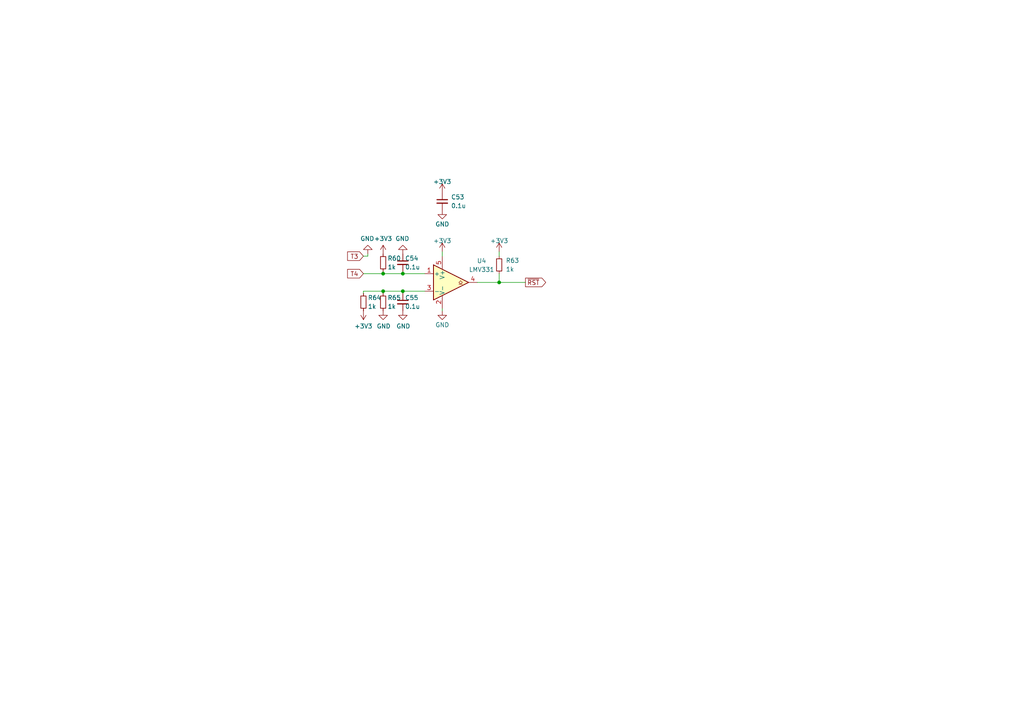
<source format=kicad_sch>
(kicad_sch (version 20231120) (generator "eeschema") (generator_version "8.0")
  (paper "A4")
  (lib_symbols
    (symbol "Comparator:LMV331" (pin_names (offset 0.127))
      (property "Reference" "U" (at 1.27 5.08 0))
      (property "Value" "LMV331" (at 3.81 -5.08 0))
      (symbol "LMV331_0_1"
        (polyline (pts (xy -5.08 5.08) (xy 5.08 0) (xy -5.08 -5.08) (xy -5.08 5.08)) (stroke (width 0.254)) (fill (type background)))
        (polyline (pts (xy 3.302 -0.508) (xy 2.794 -0.508) (xy 3.302 0) (xy 2.794 0.508) (xy 2.286 0) (xy 2.794 -0.508) (xy 2.286 -0.508)) (stroke (width 0.127)))
      )
      (symbol "LMV331_1_1"
        (pin input line (at -7.62 2.54 0) (length 2.54) (name "+") (number "1"))
        (pin power_in line (at -2.54 -7.62 90) (length 3.81) (name "V-") (number "2"))
        (pin input line (at -7.62 -2.54 0) (length 2.54) (name "-") (number "3"))
        (pin open_collector line (at 7.62 0 180) (length 2.54) (name "~") (number "4"))
        (pin power_in line (at -2.54 7.62 270) (length 3.81) (name "V+") (number "5"))
      )
    )
    (symbol "Device:C_Small" (pin_numbers hide) (pin_names (offset 0.254) hide)
      (property "Reference" "C" (at 0.254 1.778 0))
      (property "Value" "C_Small" (at 0.254 -2.032 0))
      (symbol "C_Small_0_1"
        (polyline (pts (xy -1.524 -0.508) (xy 1.524 -0.508)) (stroke (width 0.3302)))
        (polyline (pts (xy -1.524 0.508) (xy 1.524 0.508)) (stroke (width 0.3048)))
      )
      (symbol "C_Small_1_1"
        (pin passive line (at 0 2.54 270) (length 2.032) (name "~") (number "1"))
        (pin passive line (at 0 -2.54 90) (length 2.032) (name "~") (number "2"))
      )
    )
    (symbol "Device:R_Small" (pin_numbers hide) (pin_names (offset 0.254) hide)
      (property "Reference" "R" (at 0.762 0.508 0))
      (property "Value" "R_Small" (at 0.762 -1.016 0))
      (symbol "R_Small_0_1"
        (rectangle (start -0.762 1.778) (end 0.762 -1.778) (stroke (width 0.2032)))
      )
      (symbol "R_Small_1_1"
        (pin passive line (at 0 2.54 270) (length 0.762) (name "~") (number "1"))
        (pin passive line (at 0 -2.54 90) (length 0.762) (name "~") (number "2"))
      )
    )
    (symbol "power:+3.3V" (power) (pin_names (offset 0))
      (property "Value" "+3.3V" (at 0 3.556 0))
      (symbol "+3.3V_0_1"
        (polyline (pts (xy -0.762 1.27) (xy 0 2.54)))
        (polyline (pts (xy 0 0) (xy 0 2.54)))
        (polyline (pts (xy 0 2.54) (xy 0.762 1.27)))
      )
      (symbol "+3.3V_1_1"
        (pin power_in line (at 0 0 90) (length 0) hide (name "+3V3") (number "1"))
      )
    )
    (symbol "power:GND" (power) (pin_names (offset 0))
      (property "Value" "GND" (at 0 -3.81 0))
      (symbol "GND_0_1"
        (polyline (pts (xy 0 0) (xy 0 -1.27) (xy 1.27 -1.27) (xy 0 -2.54) (xy -1.27 -1.27) (xy 0 -1.27)))
      )
      (symbol "GND_1_1"
        (pin power_in line (at 0 0 270) (length 0) hide (name "GND") (number "1"))
      )
    )
  )
  (junction (at 111.125 84.455))
  (junction (at 116.84 84.455))
  (junction (at 111.125 79.375))
  (junction (at 116.84 79.375))
  (junction (at 144.78 81.915))
  (wire (pts (xy 111.125 84.455) (xy 116.84 84.455)))
  (wire (pts (xy 111.125 84.455) (xy 111.125 85.09)))
  (wire (pts (xy 138.43 81.915) (xy 144.78 81.915)))
  (wire (pts (xy 105.41 79.375) (xy 111.125 79.375)))
  (wire (pts (xy 128.27 90.17) (xy 128.27 89.535)))
  (wire (pts (xy 111.125 78.74) (xy 111.125 79.375)))
  (wire (pts (xy 116.84 84.455) (xy 123.19 84.455)))
  (wire (pts (xy 105.41 84.455) (xy 105.41 85.09)))
  (wire (pts (xy 128.27 73.025) (xy 128.27 74.295)))
  (wire (pts (xy 116.84 79.375) (xy 116.84 78.74)))
  (wire (pts (xy 105.41 84.455) (xy 111.125 84.455)))
  (wire (pts (xy 116.84 85.09) (xy 116.84 84.455)))
  (wire (pts (xy 123.19 79.375) (xy 116.84 79.375)))
  (wire (pts (xy 106.68 74.295) (xy 106.68 73.66)))
  (wire (pts (xy 105.41 74.295) (xy 106.68 74.295)))
  (wire (pts (xy 144.78 81.915) (xy 152.4 81.915)))
  (wire (pts (xy 111.125 79.375) (xy 116.84 79.375)))
  (wire (pts (xy 144.78 81.915) (xy 144.78 79.375)))
  (wire (pts (xy 144.78 74.295) (xy 144.78 73.025)))
  (global_label "T3" (shape input) (at 105.41 74.295 180) (property "Intersheetrefs" "${INTERSHEET_REFS}" (effects (hide yes))))
  (global_label "T4" (shape input) (at 105.41 79.375 180) (property "Intersheetrefs" "${INTERSHEET_REFS}" (effects (hide yes))))
  (global_label "~{RST}" (shape output) (at 152.4 81.915 0) (property "Intersheetrefs" "${INTERSHEET_REFS}" (effects (hide yes))))
  (symbol (lib_id "power:+3.3V") (at 111.125 73.66 0) (unit 1)
    (property "Reference" "#PWR061" (effects (hide yes)))
    (property "Value" "+3V3" (at 111.125 69.215 0))
    (instances (project "Adapter" (path "" (reference "#PWR082") (unit 1)) (path "" (reference "#PWR061") (unit 1)) (path "" (reference "#PWR093") (unit 1))))
  )
  (symbol (lib_id "Comparator:LMV331") (at 130.81 81.915 0) (unit 1)
    (property "Reference" "U6" (at 139.7 75.6555 0))
    (property "Value" "LMV331" (at 139.7 78.1955 0))
    (property "Footprint" "Package_TO_SOT_SMD:SOT-23-5_HandSoldering" (effects (hide yes)))
    (property "Datasheet" "http://www.ti.com/lit/ds/symlink/lmv331.pdf" (effects (hide yes)))
    (property "Description" "Single General-Purpose Low-Voltage Comparator, SOT-23-5/SC-70-5" (effects (hide yes)))
    (instances (project "Adapter" (path "" (reference "U4") (unit 1)) (path "" (reference "U6") (unit 1))))
  )
  (symbol (lib_id "power:GND") (at 128.27 60.96 0) (unit 1)
    (property "Reference" "#PWR068" (effects (hide yes)))
    (property "Value" "GND" (at 126.238 65.024 0) (effects (justify left)))
    (instances (project "Adapter" (path "" (reference "#PWR075") (unit 1)) (path "" (reference "#PWR068") (unit 1)) (path "" (reference "#PWR089") (unit 1))))
  )
  (symbol (lib_id "power:GND") (at 116.84 73.66 180) (unit 1)
    (property "Reference" "#PWR071" (effects (hide yes)))
    (property "Value" "GND" (at 118.745 69.215 0) (effects (justify left)))
    (instances (project "Adapter" (path "" (reference "#PWR083") (unit 1)) (path "" (reference "#PWR071") (unit 1)) (path "" (reference "#PWR094") (unit 1))))
  )
  (symbol (lib_id "power:+3.3V") (at 128.27 73.025 0) (unit 1)
    (property "Reference" "#PWR066" (effects (hide yes)))
    (property "Value" "+3V3" (at 128.27 69.85 0))
    (instances (project "Adapter" (path "" (reference "#PWR076") (unit 1)) (path "" (reference "#PWR066") (unit 1)) (path "" (reference "#PWR090") (unit 1))))
  )
  (symbol (lib_id "power:+3.3V") (at 105.41 90.17 180) (unit 1)
    (property "Reference" "#PWR070" (effects (hide yes)))
    (property "Value" "+3V3" (at 105.41 94.615 0))
    (instances (project "Adapter" (path "" (reference "#PWR084") (unit 1)) (path "" (reference "#PWR070") (unit 1)) (path "" (reference "#PWR095") (unit 1))))
  )
  (symbol (lib_id "power:GND") (at 111.125 90.17 0) (unit 1)
    (property "Reference" "#PWR064" (effects (hide yes)))
    (property "Value" "GND" (at 109.22 94.615 0) (effects (justify left)))
    (instances (project "Adapter" (path "" (reference "#PWR085") (unit 1)) (path "" (reference "#PWR064") (unit 1)) (path "" (reference "#PWR096") (unit 1))))
  )
  (symbol (lib_id "Device:R_Small") (at 105.41 87.63 180) (unit 1)
    (property "Reference" "R58" (at 106.68 86.36 0) (effects (justify right)))
    (property "Value" "1k" (at 106.68 88.9 0) (effects (justify right)))
    (property "Footprint" "Resistor_SMD:R_0805_2012Metric_Pad1.20x1.40mm_HandSolder" (effects (hide yes)))
    (property "Description" "Resistor, small symbol" (effects (hide yes)))
    (instances (project "Adapter" (path "" (reference "R64") (unit 1)) (path "" (reference "R58") (unit 1)) (path "" (reference "R75") (unit 1))))
  )
  (symbol (lib_id "power:+3.3V") (at 128.27 55.88 0) (unit 1)
    (property "Reference" "#PWR067" (effects (hide yes)))
    (property "Value" "+3V3" (at 128.27 52.705 0))
    (instances (project "Adapter" (path "" (reference "#PWR072") (unit 1)) (path "" (reference "#PWR067") (unit 1)) (path "" (reference "#PWR088") (unit 1))))
  )
  (symbol (lib_id "Device:R_Small") (at 111.125 76.2 0) (unit 1)
    (property "Reference" "R70" (at 112.395 74.93 0) (effects (justify left)))
    (property "Value" "1k" (at 112.395 77.47 0) (effects (justify left)))
    (property "Footprint" "Resistor_SMD:R_0805_2012Metric_Pad1.20x1.40mm_HandSolder" (effects (hide yes)))
    (property "Description" "Resistor, small symbol" (effects (hide yes)))
    (instances (project "Adapter" (path "" (reference "R60") (unit 1)) (path "" (reference "R70") (unit 1))))
  )
  (symbol (lib_id "Device:C_Small") (at 116.84 87.63 0) (unit 1)
    (property "Reference" "C50" (at 117.475 86.36 0) (effects (justify left)))
    (property "Value" "0.1u" (at 117.475 88.9 0) (effects (justify left)))
    (property "Footprint" "Capacitor_SMD:C_0805_2012Metric_Pad1.18x1.45mm_HandSolder" (effects (hide yes)))
    (property "Description" "Unpolarized capacitor, small symbol" (effects (hide yes)))
    (instances (project "Adapter" (path "" (reference "C55") (unit 1)) (path "" (reference "C50") (unit 1)) (path "" (reference "C76") (unit 1))))
  )
  (symbol (lib_id "Device:R_Small") (at 111.125 87.63 0) (unit 1)
    (property "Reference" "R59" (at 112.395 86.36 0) (effects (justify left)))
    (property "Value" "1k" (at 112.395 88.9 0) (effects (justify left)))
    (property "Footprint" "Resistor_SMD:R_0805_2012Metric_Pad1.20x1.40mm_HandSolder" (effects (hide yes)))
    (property "Description" "Resistor, small symbol" (effects (hide yes)))
    (instances (project "Adapter" (path "" (reference "R65") (unit 1)) (path "" (reference "R59") (unit 1)) (path "" (reference "R76") (unit 1))))
  )
  (symbol (lib_id "power:GND") (at 128.27 90.17 0) (unit 1)
    (property "Reference" "#PWR065" (effects (hide yes)))
    (property "Value" "GND" (at 126.238 94.234 0) (effects (justify left)))
    (instances (project "Adapter" (path "" (reference "#PWR087") (unit 1)) (path "" (reference "#PWR065") (unit 1)) (path "" (reference "#PWR098") (unit 1))))
  )
  (symbol (lib_id "power:GND") (at 116.84 90.17 0) (unit 1)
    (property "Reference" "#PWR069" (effects (hide yes)))
    (property "Value" "GND" (at 114.935 94.615 0) (effects (justify left)))
    (instances (project "Adapter" (path "" (reference "#PWR086") (unit 1)) (path "" (reference "#PWR069") (unit 1)) (path "" (reference "#PWR097") (unit 1))))
  )
  (symbol (lib_id "power:+3.3V") (at 144.78 73.025 0) (unit 1)
    (property "Reference" "#PWR063" (effects (hide yes)))
    (property "Value" "+3V3" (at 144.78 69.85 0))
    (instances (project "Adapter" (path "" (reference "#PWR079") (unit 1)) (path "" (reference "#PWR063") (unit 1)) (path "" (reference "#PWR091") (unit 1))))
  )
  (symbol (lib_id "Device:R_Small") (at 144.78 76.835 0) (unit 1)
    (property "Reference" "R57" (at 146.685 75.565 0) (effects (justify left)))
    (property "Value" "1k" (at 146.685 78.105 0) (effects (justify left)))
    (property "Footprint" "Resistor_SMD:R_0805_2012Metric_Pad1.20x1.40mm_HandSolder" (effects (hide yes)))
    (property "Description" "Resistor, small symbol" (effects (hide yes)))
    (instances (project "Adapter" (path "" (reference "R63") (unit 1)) (path "" (reference "R57") (unit 1)) (path "" (reference "R72") (unit 1))))
  )
  (symbol (lib_id "power:GND") (at 106.68 73.66 180) (unit 1)
    (property "Reference" "#PWR062" (effects (hide yes)))
    (property "Value" "GND" (at 108.585 69.215 0) (effects (justify left)))
    (instances (project "Adapter" (path "" (reference "#PWR080") (unit 1)) (path "" (reference "#PWR062") (unit 1)) (path "" (reference "#PWR092") (unit 1))))
  )
  (symbol (lib_id "Device:C_Small") (at 116.84 76.2 0) (unit 1)
    (property "Reference" "C52" (at 117.475 74.93 0) (effects (justify left)))
    (property "Value" "0.1u" (at 117.475 77.47 0) (effects (justify left)))
    (property "Footprint" "Capacitor_SMD:C_0805_2012Metric_Pad1.18x1.45mm_HandSolder" (effects (hide yes)))
    (property "Description" "Unpolarized capacitor, small symbol" (effects (hide yes)))
    (instances (project "Adapter" (path "" (reference "C54") (unit 1)) (path "" (reference "C52") (unit 1)) (path "" (reference "C75") (unit 1))))
  )
  (symbol (lib_id "Device:C_Small") (at 128.27 58.42 0) (unit 1)
    (property "Reference" "C51" (at 130.81 57.1563 0) (effects (justify left)))
    (property "Value" "0.1u" (at 130.81 59.6963 0) (effects (justify left)))
    (property "Footprint" "Capacitor_SMD:C_0805_2012Metric_Pad1.18x1.45mm_HandSolder" (effects (hide yes)))
    (property "Description" "Unpolarized capacitor, small symbol" (effects (hide yes)))
    (instances (project "Adapter" (path "" (reference "C53") (unit 1)) (path "" (reference "C51") (unit 1)) (path "" (reference "C56") (unit 1))))
  )
)
</source>
